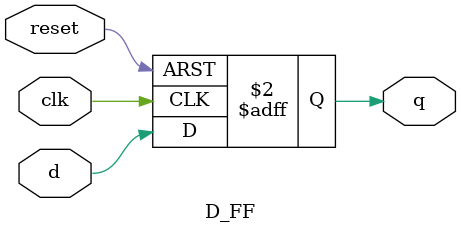
<source format=v>
module D_FF (
    input clk,         
    input reset,       
    input d,          
    output reg q      
);
always @(posedge clk or posedge reset) begin
    if (reset)
        q <= 0;       
    else 
        q <= d;      
end
endmodule

</source>
